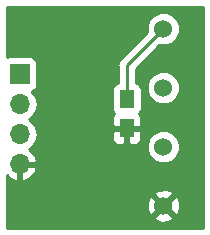
<source format=gbr>
G04 #@! TF.GenerationSoftware,KiCad,Pcbnew,(5.0.2)-1*
G04 #@! TF.CreationDate,2019-05-29T15:32:01+01:00*
G04 #@! TF.ProjectId,ultrasound_adapter,756c7472-6173-46f7-956e-645f61646170,rev?*
G04 #@! TF.SameCoordinates,Original*
G04 #@! TF.FileFunction,Copper,L1,Top*
G04 #@! TF.FilePolarity,Positive*
%FSLAX46Y46*%
G04 Gerber Fmt 4.6, Leading zero omitted, Abs format (unit mm)*
G04 Created by KiCad (PCBNEW (5.0.2)-1) date 29/05/2019 15:32:01*
%MOMM*%
%LPD*%
G01*
G04 APERTURE LIST*
G04 #@! TA.AperFunction,SMDPad,CuDef*
%ADD10R,1.250000X1.500000*%
G04 #@! TD*
G04 #@! TA.AperFunction,ComponentPad*
%ADD11O,1.700000X1.700000*%
G04 #@! TD*
G04 #@! TA.AperFunction,ComponentPad*
%ADD12R,1.700000X1.700000*%
G04 #@! TD*
G04 #@! TA.AperFunction,ComponentPad*
%ADD13C,1.524000*%
G04 #@! TD*
G04 #@! TA.AperFunction,Conductor*
%ADD14C,0.250000*%
G04 #@! TD*
G04 #@! TA.AperFunction,Conductor*
%ADD15C,0.254000*%
G04 #@! TD*
G04 APERTURE END LIST*
D10*
G04 #@! TO.P,C1,2*
G04 #@! TO.N,GND*
X134075000Y-54425000D03*
G04 #@! TO.P,C1,1*
G04 #@! TO.N,VCC*
X134075000Y-51925000D03*
G04 #@! TD*
D11*
G04 #@! TO.P,J1,4*
G04 #@! TO.N,GND*
X125025000Y-57445000D03*
G04 #@! TO.P,J1,3*
G04 #@! TO.N,Echo*
X125025000Y-54905000D03*
G04 #@! TO.P,J1,2*
G04 #@! TO.N,Trig*
X125025000Y-52365000D03*
D12*
G04 #@! TO.P,J1,1*
G04 #@! TO.N,VCC*
X125025000Y-49825000D03*
G04 #@! TD*
D13*
G04 #@! TO.P,J2,1*
G04 #@! TO.N,VCC*
X137200000Y-45975000D03*
G04 #@! TO.P,J2,2*
G04 #@! TO.N,Trig*
X137200000Y-50975000D03*
G04 #@! TO.P,J2,3*
G04 #@! TO.N,Echo*
X137200000Y-55975000D03*
G04 #@! TO.P,J2,4*
G04 #@! TO.N,GND*
X137200000Y-60975000D03*
G04 #@! TD*
D14*
G04 #@! TO.N,GND*
X134075000Y-57850000D02*
X137200000Y-60975000D01*
X134075000Y-54425000D02*
X134075000Y-57850000D01*
G04 #@! TO.N,VCC*
X136438001Y-46736999D02*
X136413001Y-46736999D01*
X137200000Y-45975000D02*
X136438001Y-46736999D01*
X134075000Y-49075000D02*
X134075000Y-51925000D01*
X136413001Y-46736999D02*
X134075000Y-49075000D01*
G04 #@! TD*
D15*
G04 #@! TO.N,GND*
G36*
X140565001Y-62840000D02*
X123910000Y-62840000D01*
X123910000Y-61955213D01*
X136399392Y-61955213D01*
X136468857Y-62197397D01*
X136992302Y-62384144D01*
X137547368Y-62356362D01*
X137931143Y-62197397D01*
X138000608Y-61955213D01*
X137200000Y-61154605D01*
X136399392Y-61955213D01*
X123910000Y-61955213D01*
X123910000Y-60767302D01*
X135790856Y-60767302D01*
X135818638Y-61322368D01*
X135977603Y-61706143D01*
X136219787Y-61775608D01*
X137020395Y-60975000D01*
X137379605Y-60975000D01*
X138180213Y-61775608D01*
X138422397Y-61706143D01*
X138609144Y-61182698D01*
X138581362Y-60627632D01*
X138422397Y-60243857D01*
X138180213Y-60174392D01*
X137379605Y-60975000D01*
X137020395Y-60975000D01*
X136219787Y-60174392D01*
X135977603Y-60243857D01*
X135790856Y-60767302D01*
X123910000Y-60767302D01*
X123910000Y-59994787D01*
X136399392Y-59994787D01*
X137200000Y-60795395D01*
X138000608Y-59994787D01*
X137931143Y-59752603D01*
X137407698Y-59565856D01*
X136852632Y-59593638D01*
X136468857Y-59752603D01*
X136399392Y-59994787D01*
X123910000Y-59994787D01*
X123910000Y-58383809D01*
X124143642Y-58640183D01*
X124668108Y-58886486D01*
X124898000Y-58765819D01*
X124898000Y-57572000D01*
X125152000Y-57572000D01*
X125152000Y-58765819D01*
X125381892Y-58886486D01*
X125906358Y-58640183D01*
X126296645Y-58211924D01*
X126466476Y-57801890D01*
X126345155Y-57572000D01*
X125152000Y-57572000D01*
X124898000Y-57572000D01*
X124878000Y-57572000D01*
X124878000Y-57318000D01*
X124898000Y-57318000D01*
X124898000Y-57298000D01*
X125152000Y-57298000D01*
X125152000Y-57318000D01*
X126345155Y-57318000D01*
X126466476Y-57088110D01*
X126296645Y-56678076D01*
X125906358Y-56249817D01*
X125776522Y-56188843D01*
X126095625Y-55975625D01*
X126423839Y-55484418D01*
X126539092Y-54905000D01*
X126500454Y-54710750D01*
X132815000Y-54710750D01*
X132815000Y-55301309D01*
X132911673Y-55534698D01*
X133090301Y-55713327D01*
X133323690Y-55810000D01*
X133789250Y-55810000D01*
X133948000Y-55651250D01*
X133948000Y-54552000D01*
X134202000Y-54552000D01*
X134202000Y-55651250D01*
X134360750Y-55810000D01*
X134826310Y-55810000D01*
X135059699Y-55713327D01*
X135075906Y-55697119D01*
X135803000Y-55697119D01*
X135803000Y-56252881D01*
X136015680Y-56766337D01*
X136408663Y-57159320D01*
X136922119Y-57372000D01*
X137477881Y-57372000D01*
X137991337Y-57159320D01*
X138384320Y-56766337D01*
X138597000Y-56252881D01*
X138597000Y-55697119D01*
X138384320Y-55183663D01*
X137991337Y-54790680D01*
X137477881Y-54578000D01*
X136922119Y-54578000D01*
X136408663Y-54790680D01*
X136015680Y-55183663D01*
X135803000Y-55697119D01*
X135075906Y-55697119D01*
X135238327Y-55534698D01*
X135335000Y-55301309D01*
X135335000Y-54710750D01*
X135176250Y-54552000D01*
X134202000Y-54552000D01*
X133948000Y-54552000D01*
X132973750Y-54552000D01*
X132815000Y-54710750D01*
X126500454Y-54710750D01*
X126423839Y-54325582D01*
X126095625Y-53834375D01*
X125797239Y-53635000D01*
X126095625Y-53435625D01*
X126423839Y-52944418D01*
X126539092Y-52365000D01*
X126423839Y-51785582D01*
X126095625Y-51294375D01*
X126077381Y-51282184D01*
X126122765Y-51273157D01*
X126269666Y-51175000D01*
X132802560Y-51175000D01*
X132802560Y-52675000D01*
X132851843Y-52922765D01*
X132992191Y-53132809D01*
X133053320Y-53173654D01*
X132911673Y-53315302D01*
X132815000Y-53548691D01*
X132815000Y-54139250D01*
X132973750Y-54298000D01*
X133948000Y-54298000D01*
X133948000Y-54278000D01*
X134202000Y-54278000D01*
X134202000Y-54298000D01*
X135176250Y-54298000D01*
X135335000Y-54139250D01*
X135335000Y-53548691D01*
X135238327Y-53315302D01*
X135096680Y-53173654D01*
X135157809Y-53132809D01*
X135298157Y-52922765D01*
X135347440Y-52675000D01*
X135347440Y-51175000D01*
X135298157Y-50927235D01*
X135157809Y-50717191D01*
X135127770Y-50697119D01*
X135803000Y-50697119D01*
X135803000Y-51252881D01*
X136015680Y-51766337D01*
X136408663Y-52159320D01*
X136922119Y-52372000D01*
X137477881Y-52372000D01*
X137991337Y-52159320D01*
X138384320Y-51766337D01*
X138597000Y-51252881D01*
X138597000Y-50697119D01*
X138384320Y-50183663D01*
X137991337Y-49790680D01*
X137477881Y-49578000D01*
X136922119Y-49578000D01*
X136408663Y-49790680D01*
X136015680Y-50183663D01*
X135803000Y-50697119D01*
X135127770Y-50697119D01*
X134947765Y-50576843D01*
X134835000Y-50554413D01*
X134835000Y-49389801D01*
X136847132Y-47377670D01*
X136881067Y-47354996D01*
X136922119Y-47372000D01*
X137477881Y-47372000D01*
X137991337Y-47159320D01*
X138384320Y-46766337D01*
X138597000Y-46252881D01*
X138597000Y-45697119D01*
X138384320Y-45183663D01*
X137991337Y-44790680D01*
X137477881Y-44578000D01*
X136922119Y-44578000D01*
X136408663Y-44790680D01*
X136015680Y-45183663D01*
X135803000Y-45697119D01*
X135803000Y-46252881D01*
X135808658Y-46266540D01*
X133590530Y-48484669D01*
X133527071Y-48527071D01*
X133359096Y-48778464D01*
X133315000Y-49000149D01*
X133315000Y-49000153D01*
X133300112Y-49075000D01*
X133315000Y-49149847D01*
X133315001Y-50554413D01*
X133202235Y-50576843D01*
X132992191Y-50717191D01*
X132851843Y-50927235D01*
X132802560Y-51175000D01*
X126269666Y-51175000D01*
X126332809Y-51132809D01*
X126473157Y-50922765D01*
X126522440Y-50675000D01*
X126522440Y-48975000D01*
X126473157Y-48727235D01*
X126332809Y-48517191D01*
X126122765Y-48376843D01*
X125875000Y-48327560D01*
X124175000Y-48327560D01*
X123927235Y-48376843D01*
X123910000Y-48388359D01*
X123910000Y-44110000D01*
X140565000Y-44110000D01*
X140565001Y-62840000D01*
X140565001Y-62840000D01*
G37*
X140565001Y-62840000D02*
X123910000Y-62840000D01*
X123910000Y-61955213D01*
X136399392Y-61955213D01*
X136468857Y-62197397D01*
X136992302Y-62384144D01*
X137547368Y-62356362D01*
X137931143Y-62197397D01*
X138000608Y-61955213D01*
X137200000Y-61154605D01*
X136399392Y-61955213D01*
X123910000Y-61955213D01*
X123910000Y-60767302D01*
X135790856Y-60767302D01*
X135818638Y-61322368D01*
X135977603Y-61706143D01*
X136219787Y-61775608D01*
X137020395Y-60975000D01*
X137379605Y-60975000D01*
X138180213Y-61775608D01*
X138422397Y-61706143D01*
X138609144Y-61182698D01*
X138581362Y-60627632D01*
X138422397Y-60243857D01*
X138180213Y-60174392D01*
X137379605Y-60975000D01*
X137020395Y-60975000D01*
X136219787Y-60174392D01*
X135977603Y-60243857D01*
X135790856Y-60767302D01*
X123910000Y-60767302D01*
X123910000Y-59994787D01*
X136399392Y-59994787D01*
X137200000Y-60795395D01*
X138000608Y-59994787D01*
X137931143Y-59752603D01*
X137407698Y-59565856D01*
X136852632Y-59593638D01*
X136468857Y-59752603D01*
X136399392Y-59994787D01*
X123910000Y-59994787D01*
X123910000Y-58383809D01*
X124143642Y-58640183D01*
X124668108Y-58886486D01*
X124898000Y-58765819D01*
X124898000Y-57572000D01*
X125152000Y-57572000D01*
X125152000Y-58765819D01*
X125381892Y-58886486D01*
X125906358Y-58640183D01*
X126296645Y-58211924D01*
X126466476Y-57801890D01*
X126345155Y-57572000D01*
X125152000Y-57572000D01*
X124898000Y-57572000D01*
X124878000Y-57572000D01*
X124878000Y-57318000D01*
X124898000Y-57318000D01*
X124898000Y-57298000D01*
X125152000Y-57298000D01*
X125152000Y-57318000D01*
X126345155Y-57318000D01*
X126466476Y-57088110D01*
X126296645Y-56678076D01*
X125906358Y-56249817D01*
X125776522Y-56188843D01*
X126095625Y-55975625D01*
X126423839Y-55484418D01*
X126539092Y-54905000D01*
X126500454Y-54710750D01*
X132815000Y-54710750D01*
X132815000Y-55301309D01*
X132911673Y-55534698D01*
X133090301Y-55713327D01*
X133323690Y-55810000D01*
X133789250Y-55810000D01*
X133948000Y-55651250D01*
X133948000Y-54552000D01*
X134202000Y-54552000D01*
X134202000Y-55651250D01*
X134360750Y-55810000D01*
X134826310Y-55810000D01*
X135059699Y-55713327D01*
X135075906Y-55697119D01*
X135803000Y-55697119D01*
X135803000Y-56252881D01*
X136015680Y-56766337D01*
X136408663Y-57159320D01*
X136922119Y-57372000D01*
X137477881Y-57372000D01*
X137991337Y-57159320D01*
X138384320Y-56766337D01*
X138597000Y-56252881D01*
X138597000Y-55697119D01*
X138384320Y-55183663D01*
X137991337Y-54790680D01*
X137477881Y-54578000D01*
X136922119Y-54578000D01*
X136408663Y-54790680D01*
X136015680Y-55183663D01*
X135803000Y-55697119D01*
X135075906Y-55697119D01*
X135238327Y-55534698D01*
X135335000Y-55301309D01*
X135335000Y-54710750D01*
X135176250Y-54552000D01*
X134202000Y-54552000D01*
X133948000Y-54552000D01*
X132973750Y-54552000D01*
X132815000Y-54710750D01*
X126500454Y-54710750D01*
X126423839Y-54325582D01*
X126095625Y-53834375D01*
X125797239Y-53635000D01*
X126095625Y-53435625D01*
X126423839Y-52944418D01*
X126539092Y-52365000D01*
X126423839Y-51785582D01*
X126095625Y-51294375D01*
X126077381Y-51282184D01*
X126122765Y-51273157D01*
X126269666Y-51175000D01*
X132802560Y-51175000D01*
X132802560Y-52675000D01*
X132851843Y-52922765D01*
X132992191Y-53132809D01*
X133053320Y-53173654D01*
X132911673Y-53315302D01*
X132815000Y-53548691D01*
X132815000Y-54139250D01*
X132973750Y-54298000D01*
X133948000Y-54298000D01*
X133948000Y-54278000D01*
X134202000Y-54278000D01*
X134202000Y-54298000D01*
X135176250Y-54298000D01*
X135335000Y-54139250D01*
X135335000Y-53548691D01*
X135238327Y-53315302D01*
X135096680Y-53173654D01*
X135157809Y-53132809D01*
X135298157Y-52922765D01*
X135347440Y-52675000D01*
X135347440Y-51175000D01*
X135298157Y-50927235D01*
X135157809Y-50717191D01*
X135127770Y-50697119D01*
X135803000Y-50697119D01*
X135803000Y-51252881D01*
X136015680Y-51766337D01*
X136408663Y-52159320D01*
X136922119Y-52372000D01*
X137477881Y-52372000D01*
X137991337Y-52159320D01*
X138384320Y-51766337D01*
X138597000Y-51252881D01*
X138597000Y-50697119D01*
X138384320Y-50183663D01*
X137991337Y-49790680D01*
X137477881Y-49578000D01*
X136922119Y-49578000D01*
X136408663Y-49790680D01*
X136015680Y-50183663D01*
X135803000Y-50697119D01*
X135127770Y-50697119D01*
X134947765Y-50576843D01*
X134835000Y-50554413D01*
X134835000Y-49389801D01*
X136847132Y-47377670D01*
X136881067Y-47354996D01*
X136922119Y-47372000D01*
X137477881Y-47372000D01*
X137991337Y-47159320D01*
X138384320Y-46766337D01*
X138597000Y-46252881D01*
X138597000Y-45697119D01*
X138384320Y-45183663D01*
X137991337Y-44790680D01*
X137477881Y-44578000D01*
X136922119Y-44578000D01*
X136408663Y-44790680D01*
X136015680Y-45183663D01*
X135803000Y-45697119D01*
X135803000Y-46252881D01*
X135808658Y-46266540D01*
X133590530Y-48484669D01*
X133527071Y-48527071D01*
X133359096Y-48778464D01*
X133315000Y-49000149D01*
X133315000Y-49000153D01*
X133300112Y-49075000D01*
X133315000Y-49149847D01*
X133315001Y-50554413D01*
X133202235Y-50576843D01*
X132992191Y-50717191D01*
X132851843Y-50927235D01*
X132802560Y-51175000D01*
X126269666Y-51175000D01*
X126332809Y-51132809D01*
X126473157Y-50922765D01*
X126522440Y-50675000D01*
X126522440Y-48975000D01*
X126473157Y-48727235D01*
X126332809Y-48517191D01*
X126122765Y-48376843D01*
X125875000Y-48327560D01*
X124175000Y-48327560D01*
X123927235Y-48376843D01*
X123910000Y-48388359D01*
X123910000Y-44110000D01*
X140565000Y-44110000D01*
X140565001Y-62840000D01*
G04 #@! TD*
M02*

</source>
